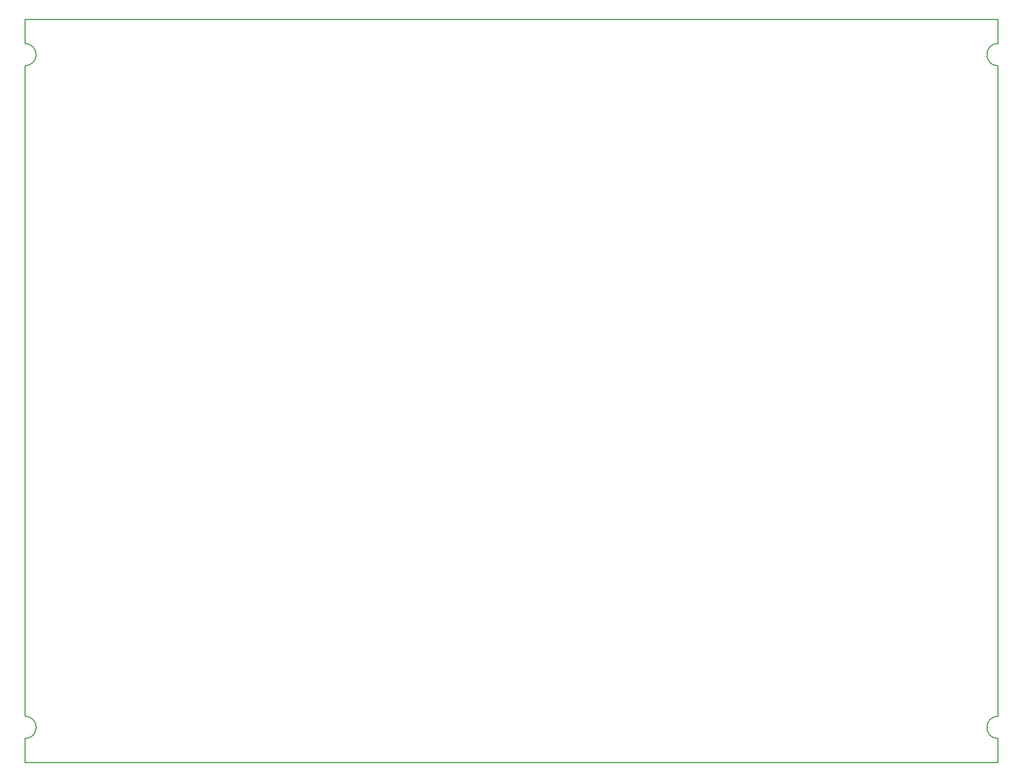
<source format=gko>
G04 Layer_Color=16711935*
%FSLAX24Y24*%
%MOIN*%
G70*
G01*
G75*
%ADD10C,0.0079*%
D10*
X20394Y31575D02*
G03*
X20394Y33031I4J728D01*
G01*
X20394Y75394D02*
G03*
X20394Y76850I4J728D01*
G01*
X83780D02*
G03*
X83780Y75394I0J-728D01*
G01*
Y33031D02*
G03*
X83780Y31575I0J-728D01*
G01*
X20394Y30000D02*
X83780D01*
X20394Y78425D02*
X83780D01*
X20394Y33031D02*
Y75394D01*
X83780Y33031D02*
Y75394D01*
X20394Y30000D02*
Y31575D01*
X20394Y76850D02*
Y78425D01*
X83780Y76850D02*
Y78425D01*
Y30000D02*
Y31575D01*
M02*

</source>
